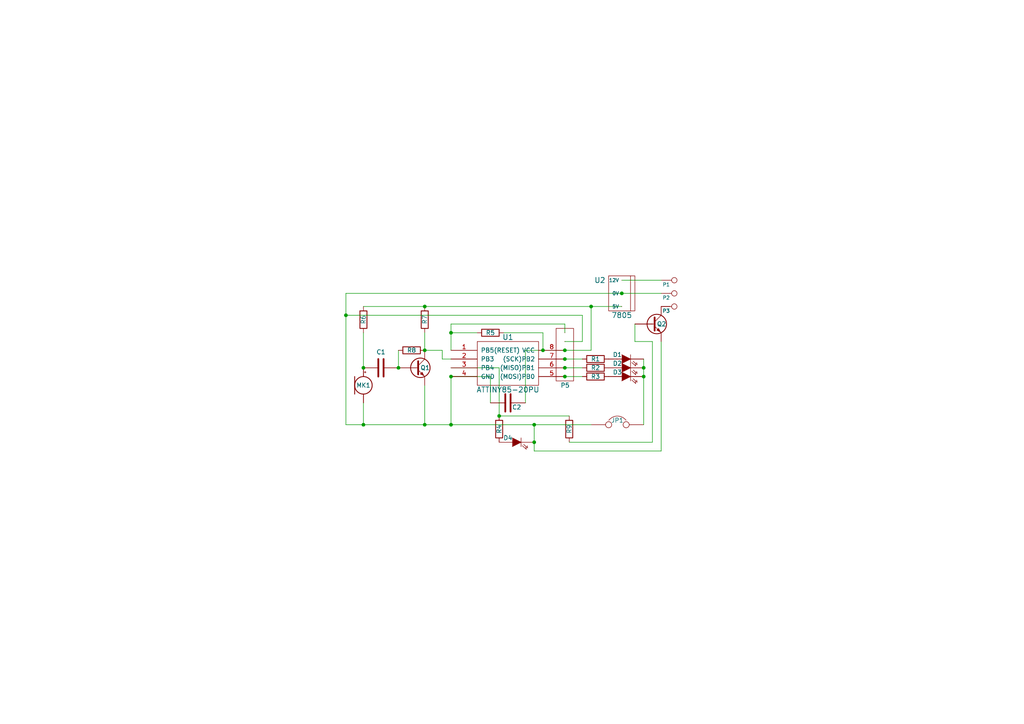
<source format=kicad_sch>
(kicad_sch (version 20211123) (generator eeschema)
  (paper "A4")
  (lib_symbols
    (symbol "common:7805" (pin_numbers hide) (pin_names (offset 0.762))
      (property "Reference" "U" (at 6.35 0 90))
      (property "Value" "7805" (at 0 1.27 0))
      (symbol "7805_0_1"
        (rectangle (start -5.08 -3.81) (end 5.08 3.81))
        (rectangle (start -5.08 2.54) (end 5.08 2.54))
      )
      (symbol "7805_1_1"
        (pin input line (at -3.81 0 270) (length 0) (name "12V") (number "1"))
        (pin input line (at 0 0 270) (length 0) (name "0V") (number "2"))
        (pin power_out line (at 3.81 0 270) (length 0) (name "5V") (number "3"))
      )
    )
    (symbol "common:ATTINY85-20PU" (pin_names (offset 1.016))
      (property "Reference" "U" (at 0 7.62 0))
      (property "Value" "ATTINY85-20PU" (at 0 -7.62 0))
      (symbol "ATTINY85-20PU_0_1"
        (rectangle (start -8.89 6.35) (end 8.89 -6.35))
      )
      (symbol "ATTINY85-20PU_1_1"
        (pin input line (at -16.51 3.81 0) (length 7.62) (name "PB5(RESET)") (number "1"))
        (pin bidirectional line (at -16.51 1.27 0) (length 7.62) (name "PB3") (number "2"))
        (pin bidirectional line (at -16.51 -1.27 0) (length 7.62) (name "PB4") (number "3"))
        (pin input line (at -16.51 -3.81 0) (length 7.62) (name "GND") (number "4"))
        (pin bidirectional line (at 16.51 -3.81 180) (length 7.62) (name "(MOSI)PB0") (number "5"))
        (pin bidirectional line (at 16.51 -1.27 180) (length 7.62) (name "(MISO)PB1") (number "6"))
        (pin bidirectional line (at 16.51 1.27 180) (length 7.62) (name "(SCK)PB2") (number "7"))
        (pin input line (at 16.51 3.81 180) (length 7.62) (name "VCC") (number "8"))
      )
    )
    (symbol "common:C" (pin_numbers hide) (pin_names (offset 0.254))
      (property "Reference" "C" (at 1.27 2.54 0))
      (symbol "C_0_1"
        (polyline (pts (xy -2.54 -0.762) (xy 2.54 -0.762)) (stroke (width 0.508)))
        (polyline (pts (xy -2.54 0.762) (xy 2.54 0.762)) (stroke (width 0.508)))
      )
      (symbol "C_1_1"
        (pin passive line (at 0 5.08 270) (length 4.318) (name "~") (number "1"))
        (pin passive line (at 0 -5.08 90) (length 4.318) (name "~") (number "2"))
      )
    )
    (symbol "common:CONN_1" (pin_numbers hide) (pin_names (offset 0.762) hide)
      (property "Reference" "P" (at 2.032 0 0))
      (symbol "CONN_1_0_1"
        (polyline (pts (xy -0.762 0) (xy -1.27 0)))
        (circle (center 0 0) (radius 0.7874))
      )
      (symbol "CONN_1_1_1"
        (pin passive line (at -3.81 0 0) (length 2.54) (name "1") (number "1"))
      )
    )
    (symbol "common:CONN_6" (pin_numbers hide) (pin_names (offset 0.762) hide)
      (property "Reference" "P" (at 0 -8.89 0))
      (symbol "CONN_6_0_1"
        (rectangle (start -2.54 7.62) (end 2.54 -7.62))
      )
      (symbol "CONN_6_1_1"
        (pin passive line (at 0 6.35 90) (length 0) (name "1") (number "1"))
        (pin passive line (at 0 3.81 90) (length 0) (name "2") (number "2"))
        (pin passive line (at 0 1.27 90) (length 0) (name "3") (number "3"))
        (pin passive line (at 0 -1.27 90) (length 0) (name "4") (number "4"))
        (pin passive line (at 0 -3.81 90) (length 0) (name "5") (number "5"))
        (pin passive line (at 0 -6.35 270) (length 0) (name "6") (number "6"))
      )
    )
    (symbol "common:JUMPER" (pin_numbers hide) (pin_names (offset 0.762) hide)
      (property "Reference" "JP" (at 0 3.81 0))
      (symbol "JUMPER_0_1"
        (circle (center -2.54 0) (radius 0.889))
        (arc (start 2.5146 1.27) (mid 0.0078 2.5097) (end -2.4892 1.27))
        (circle (center 2.54 0) (radius 0.889))
        (pin passive line (at -7.62 0 0) (length 4.191) (name "1") (number "1"))
        (pin passive line (at 7.62 0 180) (length 4.191) (name "2") (number "2"))
      )
    )
    (symbol "common:LED" (pin_numbers hide) (pin_names (offset 1.016) hide)
      (property "Reference" "D" (at 0 2.54 0))
      (symbol "LED_0_1"
        (polyline (pts (xy 1.27 1.27) (xy 1.27 -1.27)))
        (polyline (pts (xy -1.27 1.27) (xy 1.27 0) (xy -1.27 -1.27)) (fill (type outline)))
        (polyline (pts (xy 1.651 -1.016) (xy 2.794 -2.032) (xy 2.667 -1.397)))
        (polyline (pts (xy 2.032 -0.635) (xy 3.175 -1.651) (xy 3.048 -1.016)))
      )
      (symbol "LED_1_1"
        (pin passive line (at -5.08 0 0) (length 3.81) (name "A") (number "1"))
        (pin passive line (at 5.08 0 180) (length 3.81) (name "K") (number "2"))
      )
    )
    (symbol "common:Microphone" (pin_numbers hide) (pin_names (offset 0.0254) hide)
      (property "Reference" "MK" (at 1.27 0 0))
      (symbol "Microphone_0_1"
        (polyline (pts (xy -2.54 2.54) (xy -2.54 -2.54)) (stroke (width 0.254)))
        (polyline (pts (xy 0.254 3.81) (xy 0.762 3.81)))
        (polyline (pts (xy 0.508 4.064) (xy 0.508 3.556)))
        (circle (center 0 0) (radius 2.54) (stroke (width 0.254)))
      )
      (symbol "Microphone_1_1"
        (pin passive line (at 0 5.08 270) (length 2.54) (name "+") (number "1"))
        (pin passive line (at 0 -5.08 90) (length 2.54) (name "-") (number "2"))
      )
    )
    (symbol "common:NPN" (pin_numbers hide) (pin_names (offset 0) hide)
      (property "Reference" "Q" (at 1.27 0 0))
      (symbol "NPN_0_1"
        (polyline (pts (xy 0 0) (xy 0.635 0)))
        (polyline (pts (xy 0.635 0.635) (xy 2.54 2.54)))
        (polyline (pts (xy 0.635 -0.635) (xy 2.54 -2.54) (xy 2.54 -2.54)))
        (polyline (pts (xy 0.635 1.905) (xy 0.635 -1.905) (xy 0.635 -1.905)) (stroke (width 0.508)))
        (polyline (pts (xy 1.27 -1.778) (xy 1.778 -1.27) (xy 2.286 -2.286) (xy 1.27 -1.778) (xy 1.27 -1.778)) (fill (type outline)))
        (circle (center 1.27 0) (radius 2.8194) (stroke (width 0.254)))
      )
      (symbol "NPN_1_1"
        (pin passive line (at 2.54 5.08 270) (length 2.54) (name "C") (number "1"))
        (pin input line (at -5.08 0 0) (length 5.08) (name "B") (number "2"))
        (pin passive line (at 2.54 -5.08 90) (length 2.54) (name "E") (number "3"))
      )
    )
    (symbol "common:R" (pin_numbers hide) (pin_names (offset 0) hide)
      (property "Reference" "R" (at 0 0 90))
      (symbol "R_0_1"
        (rectangle (start -1.016 -2.54) (end 1.016 2.54) (stroke (width 0.254)))
      )
      (symbol "R_1_1"
        (pin passive line (at 0 3.81 270) (length 1.27) (name "~") (number "1"))
        (pin passive line (at 0 -3.81 90) (length 1.27) (name "~") (number "2"))
      )
    )
  )
  (junction (at 105.41 123.19))
  (junction (at 163.83 101.6))
  (junction (at 144.78 120.65))
  (junction (at 100.33 91.44))
  (junction (at 123.19 123.19))
  (junction (at 180.34 85.09))
  (junction (at 123.19 101.6))
  (junction (at 154.94 128.27))
  (junction (at 130.81 109.22))
  (junction (at 157.48 101.6))
  (junction (at 154.94 123.19))
  (junction (at 186.69 109.22))
  (junction (at 130.81 96.52))
  (junction (at 171.45 88.9))
  (junction (at 115.57 106.68))
  (junction (at 163.83 106.68))
  (junction (at 163.83 109.22))
  (junction (at 163.83 104.14))
  (junction (at 123.19 88.9))
  (junction (at 186.69 106.68))
  (junction (at 105.41 106.68))
  (junction (at 130.81 123.19))
  (wire (pts (xy 105.41 123.19) (xy 123.19 123.19)))
  (wire (pts (xy 115.57 101.6) (xy 115.57 106.68)))
  (wire (pts (xy 163.83 93.98) (xy 130.81 93.98)))
  (wire (pts (xy 168.91 99.06) (xy 163.83 99.06)))
  (wire (pts (xy 184.15 99.06) (xy 184.15 93.98)))
  (wire (pts (xy 165.1 128.27) (xy 189.23 128.27)))
  (wire (pts (xy 130.81 123.19) (xy 154.94 123.19)))
  (wire (pts (xy 142.24 109.22) (xy 130.81 109.22)))
  (wire (pts (xy 123.19 88.9) (xy 105.41 88.9)))
  (wire (pts (xy 100.33 91.44) (xy 100.33 123.19)))
  (wire (pts (xy 105.41 96.52) (xy 105.41 106.68)))
  (wire (pts (xy 130.81 106.68) (xy 144.78 106.68)))
  (wire (pts (xy 154.94 123.19) (xy 154.94 128.27)))
  (wire (pts (xy 130.81 96.52) (xy 130.81 101.6)))
  (wire (pts (xy 189.23 99.06) (xy 184.15 99.06)))
  (wire (pts (xy 180.34 85.09) (xy 100.33 85.09)))
  (wire (pts (xy 157.48 96.52) (xy 146.05 96.52)))
  (wire (pts (xy 163.83 106.68) (xy 168.91 106.68)))
  (wire (pts (xy 163.83 96.52) (xy 163.83 93.98)))
  (wire (pts (xy 186.69 106.68) (xy 186.69 104.14)))
  (wire (pts (xy 189.23 128.27) (xy 189.23 99.06)))
  (wire (pts (xy 152.4 101.6) (xy 157.48 101.6)))
  (wire (pts (xy 130.81 93.98) (xy 130.81 96.52)))
  (wire (pts (xy 154.94 128.27) (xy 154.94 130.81)))
  (wire (pts (xy 163.83 104.14) (xy 168.91 104.14)))
  (wire (pts (xy 163.83 101.6) (xy 157.48 101.6)))
  (wire (pts (xy 123.19 111.76) (xy 123.19 123.19)))
  (wire (pts (xy 152.4 116.84) (xy 152.4 101.6)))
  (wire (pts (xy 171.45 101.6) (xy 163.83 101.6)))
  (wire (pts (xy 100.33 123.19) (xy 105.41 123.19)))
  (wire (pts (xy 180.34 85.09) (xy 191.77 85.09)))
  (wire (pts (xy 163.83 109.22) (xy 168.91 109.22)))
  (wire (pts (xy 144.78 106.68) (xy 144.78 120.65)))
  (wire (pts (xy 100.33 91.44) (xy 168.91 91.44)))
  (wire (pts (xy 130.81 104.14) (xy 128.27 104.14)))
  (wire (pts (xy 123.19 101.6) (xy 123.19 96.52)))
  (wire (pts (xy 154.94 123.19) (xy 171.45 123.19)))
  (wire (pts (xy 180.34 88.9) (xy 171.45 88.9)))
  (wire (pts (xy 154.94 130.81) (xy 191.77 130.81)))
  (wire (pts (xy 186.69 109.22) (xy 186.69 106.68)))
  (wire (pts (xy 100.33 85.09) (xy 100.33 91.44)))
  (wire (pts (xy 128.27 104.14) (xy 128.27 101.6)))
  (wire (pts (xy 191.77 81.28) (xy 180.34 81.28)))
  (wire (pts (xy 105.41 116.84) (xy 105.41 123.19)))
  (wire (pts (xy 191.77 130.81) (xy 191.77 99.06)))
  (wire (pts (xy 171.45 88.9) (xy 123.19 88.9)))
  (wire (pts (xy 123.19 123.19) (xy 130.81 123.19)))
  (wire (pts (xy 138.43 96.52) (xy 130.81 96.52)))
  (wire (pts (xy 142.24 116.84) (xy 142.24 109.22)))
  (wire (pts (xy 128.27 101.6) (xy 123.19 101.6)))
  (wire (pts (xy 144.78 120.65) (xy 165.1 120.65)))
  (wire (pts (xy 168.91 91.44) (xy 168.91 99.06)))
  (wire (pts (xy 157.48 101.6) (xy 157.48 96.52)))
  (wire (pts (xy 171.45 88.9) (xy 171.45 101.6)))
  (wire (pts (xy 186.69 109.22) (xy 186.69 123.19)))
  (wire (pts (xy 130.81 109.22) (xy 130.81 123.19)))
  (symbol (lib_id "common:ATTINY85-20PU") (at 147.32 105.41 0) (unit 1)
    (property "Reference" "U1" (at 147.32 97.79 0) (effects (font (size 1.524 1.524))))
    (property "Value" "ATTINY85-20PU" (at 147.32 113.03 0) (effects (font (size 1.524 1.524))))
    (property "Footprint" "common:DIP-8__300" (effects hide))
  )
  (symbol (lib_id "common:R") (at 142.24 96.52 270) (unit 1)
    (property "Reference" "R5" (at 142.24 96.52 90))
    (property "Value" "R" (effects hide))
    (property "Footprint" "common:R4" (effects hide))
  )
  (symbol (lib_id "common:CONN_6") (at 163.83 102.87 0) (unit 1)
    (property "Reference" "P5" (at 162.56 111.76 0) (effects (justify left)))
    (property "Value" "CONN_6" (effects hide))
    (property "Footprint" "common:PIN_ARRAY_6X1" (effects hide))
  )
  (symbol (lib_id "common:R") (at 172.72 109.22 270) (unit 1)
    (property "Reference" "R3" (at 172.72 109.22 90))
    (property "Value" "R" (effects hide))
    (property "Footprint" "common:R4" (effects hide))
  )
  (symbol (lib_id "common:R") (at 144.78 124.46 180) (unit 1)
    (property "Reference" "R4" (at 144.78 124.46 90))
    (property "Value" "R" (effects hide))
    (property "Footprint" "common:R4" (effects hide))
  )
  (symbol (lib_id "common:R") (at 172.72 104.14 270) (unit 1)
    (property "Reference" "R1" (at 172.72 104.14 90))
    (property "Value" "R" (effects hide))
    (property "Footprint" "common:R4" (effects hide))
  )
  (symbol (lib_id "common:R") (at 172.72 106.68 270) (unit 1)
    (property "Reference" "R2" (at 172.72 106.68 90))
    (property "Value" "R" (effects hide))
    (property "Footprint" "common:R4" (effects hide))
  )
  (symbol (lib_id "common:LED") (at 181.61 104.14 0) (unit 1)
    (property "Reference" "D1" (at 179.07 102.87 0))
    (property "Value" "LED" (effects hide))
    (property "Footprint" "common:LED-5MM" (effects hide))
  )
  (symbol (lib_id "common:LED") (at 181.61 106.68 0) (unit 1)
    (property "Reference" "D2" (at 179.07 105.41 0))
    (property "Value" "LED" (effects hide))
    (property "Footprint" "common:LED-5MM" (effects hide))
  )
  (symbol (lib_id "common:LED") (at 181.61 109.22 0) (unit 1)
    (property "Reference" "D3" (at 179.07 107.95 0))
    (property "Value" "LED" (effects hide))
    (property "Footprint" "common:LED-5MM" (effects hide))
  )
  (symbol (lib_id "common:LED") (at 149.86 128.27 0) (unit 1)
    (property "Reference" "D4" (at 147.32 127 0))
    (property "Value" "LED" (effects hide))
    (property "Footprint" "common:LED-5MM" (effects hide))
  )
  (symbol (lib_id "common:CONN_1") (at 195.58 88.9 0) (unit 1)
    (property "Reference" "P3" (at 194.31 90.17 0) (effects (font (size 1.016 1.016)) (justify right)))
    (property "Value" "CONN_1" (effects hide))
    (property "Footprint" "common:PIN_ARRAY_1X1" (effects hide))
  )
  (symbol (lib_id "common:JUMPER") (at 179.07 123.19 0) (unit 1)
    (property "Reference" "JP1" (at 179.07 121.92 0))
    (property "Value" "JUMPER" (effects hide))
    (property "Footprint" "common:PIN_ARRAY_2X1" (effects hide))
  )
  (symbol (lib_id "common:CONN_1") (at 195.58 81.28 0) (unit 1)
    (property "Reference" "P1" (at 194.31 82.55 0) (effects (font (size 1.016 1.016)) (justify right)))
    (property "Value" "CONN_1" (effects hide))
    (property "Footprint" "common:PIN_ARRAY_1X1" (effects hide))
  )
  (symbol (lib_id "common:CONN_1") (at 195.58 85.09 0) (unit 1)
    (property "Reference" "P2" (at 194.31 86.36 0) (effects (font (size 1.016 1.016)) (justify right)))
    (property "Value" "CONN_1" (effects hide))
    (property "Footprint" "common:PIN_ARRAY_1X1" (effects hide))
  )
  (symbol (lib_id "common:R") (at 105.41 92.71 180) (unit 1)
    (property "Reference" "R6" (at 105.41 92.71 90))
    (property "Value" "R" (effects hide))
    (property "Footprint" "common:R4" (effects hide))
  )
  (symbol (lib_id "common:R") (at 119.38 101.6 270) (unit 1)
    (property "Reference" "R8" (at 119.38 101.6 90))
    (property "Value" "R" (effects hide))
    (property "Footprint" "common:R4" (effects hide))
  )
  (symbol (lib_id "common:R") (at 123.19 92.71 180) (unit 1)
    (property "Reference" "R7" (at 123.19 92.71 90))
    (property "Value" "R" (effects hide))
    (property "Footprint" "common:R4" (effects hide))
  )
  (symbol (lib_id "common:NPN") (at 120.65 106.68 0) (unit 1)
    (property "Reference" "Q1" (at 121.92 106.68 0) (effects (justify left)))
    (property "Value" "NPN" (effects hide))
    (property "Footprint" "common:NPN" (effects hide))
  )
  (symbol (lib_id "common:C") (at 110.49 106.68 270) (unit 1)
    (property "Reference" "C1" (at 110.49 102.108 90))
    (property "Value" "C" (effects hide))
    (property "Footprint" "common:C2" (effects hide))
  )
  (symbol (lib_id "common:NPN") (at 189.23 93.98 0) (unit 1)
    (property "Reference" "Q2" (at 190.5 93.98 0) (effects (justify left)))
    (property "Value" "NPN" (effects hide))
    (property "Footprint" "common:NPN" (effects hide))
  )
  (symbol (lib_id "common:R") (at 165.1 124.46 180) (unit 1)
    (property "Reference" "R9" (at 165.1 124.46 90))
    (property "Value" "R" (effects hide))
    (property "Footprint" "common:R4" (effects hide))
  )
  (symbol (lib_id "common:7805") (at 180.34 85.09 270) (unit 1)
    (property "Reference" "U2" (at 173.99 81.28 90) (effects (font (size 1.524 1.524))))
    (property "Value" "7805" (at 180.34 91.44 90) (effects (font (size 1.524 1.524))))
    (property "Footprint" "common:TO220_VERT" (effects hide))
  )
  (symbol (lib_id "common:Microphone") (at 105.41 111.76 0) (unit 1)
    (property "Reference" "MK1" (at 105.41 111.76 0))
    (property "Value" "Microphone" (effects hide))
    (property "Footprint" "common:ELECTRET" (effects hide))
  )
  (symbol (lib_id "common:C") (at 147.32 116.84 270) (unit 1)
    (property "Reference" "C2" (at 149.86 118.11 90))
    (property "Value" "C" (effects hide))
    (property "Footprint" "common:C2" (effects hide))
  )
)
</source>
